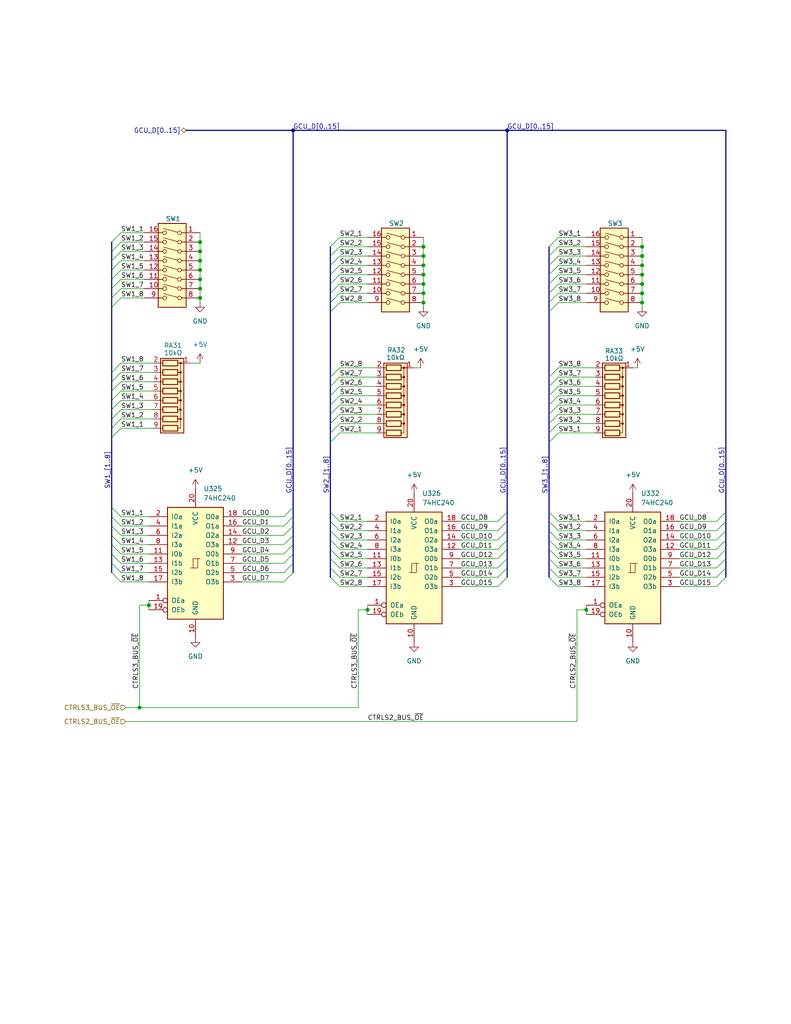
<source format=kicad_sch>
(kicad_sch (version 20231120) (generator "eeschema") (generator_version "8.0")
  (paper "A" portrait)
  (title_block (title "RA9704, DIP Switches") (date "2024-12-31") (rev "004") (company "Coin-Op Collection") (comment 1 "Author: Brandon Arnold") (comment 2 "License: CC BY-NC-SA 4.0"))
  (lib_symbols
    (symbol "power:+5V" (power) (pin_numbers hide) (pin_names (offset 0) hide)
      (property "Value" "+5V" (at 0 3.556 0))
      (symbol "+5V_0_1"
        (polyline (pts (xy -0.762 1.27) (xy 0 2.54)))
        (polyline (pts (xy 0 0) (xy 0 2.54)))
        (polyline (pts (xy 0 2.54) (xy 0.762 1.27)))
      )
      (symbol "+5V_1_1"
        (pin power_in line (at 0 0 90) (length 0) (name "~") (number "1"))
      )
    )
    (symbol "power:GND" (power) (pin_numbers hide) (pin_names (offset 0) hide)
      (property "Value" "GND" (at 0 -3.81 0))
      (symbol "GND_0_1"
        (polyline (pts (xy 0 0) (xy 0 -1.27) (xy 1.27 -1.27) (xy 0 -2.54) (xy -1.27 -1.27) (xy 0 -1.27)))
      )
      (symbol "GND_1_1"
        (pin power_in line (at 0 0 270) (length 0) (name "~") (number "1"))
      )
    )
    (symbol "ra9704:74HC240" (pin_names (offset 1.016))
      (property "Reference" "U" (at -7.62 16.51 0))
      (property "Value" "74HC240" (at -7.62 -16.51 0))
      (symbol "74HC240_1_0"
        (polyline (pts (xy -0.635 -1.27) (xy -0.635 1.27) (xy 0.635 1.27)))
        (polyline (pts (xy -1.27 -1.27) (xy 0.635 -1.27) (xy 0.635 1.27) (xy 1.27 1.27)))
        (pin input inverted (at -12.7 -10.16 0) (length 5.08) (name "OEa") (number "1"))
        (pin power_in line (at 0 -20.32 90) (length 5.08) (name "GND") (number "10"))
        (pin input line (at -12.7 2.54 0) (length 5.08) (name "I0b") (number "11"))
        (pin tri_state line (at 12.7 5.08 180) (length 5.08) (name "O3a") (number "12"))
        (pin input line (at -12.7 0 0) (length 5.08) (name "I1b") (number "13"))
        (pin tri_state line (at 12.7 7.62 180) (length 5.08) (name "O2a") (number "14"))
        (pin input line (at -12.7 -2.54 0) (length 5.08) (name "I2b") (number "15"))
        (pin tri_state line (at 12.7 10.16 180) (length 5.08) (name "O1a") (number "16"))
        (pin input line (at -12.7 -5.08 0) (length 5.08) (name "I3b") (number "17"))
        (pin tri_state line (at 12.7 12.7 180) (length 5.08) (name "O0a") (number "18"))
        (pin input inverted (at -12.7 -12.7 0) (length 5.08) (name "OEb") (number "19"))
        (pin input line (at -12.7 12.7 0) (length 5.08) (name "I0a") (number "2"))
        (pin power_in line (at 0 20.32 270) (length 5.08) (name "VCC") (number "20"))
        (pin tri_state line (at 12.7 -5.08 180) (length 5.08) (name "O3b") (number "3"))
        (pin input line (at -12.7 10.16 0) (length 5.08) (name "I1a") (number "4"))
        (pin tri_state line (at 12.7 -2.54 180) (length 5.08) (name "O2b") (number "5"))
        (pin input line (at -12.7 7.62 0) (length 5.08) (name "I2a") (number "6"))
        (pin tri_state line (at 12.7 0 180) (length 5.08) (name "O1b") (number "7"))
        (pin input line (at -12.7 5.08 0) (length 5.08) (name "I3a") (number "8"))
        (pin tri_state line (at 12.7 2.54 180) (length 5.08) (name "O0b") (number "9"))
      )
      (symbol "74HC240_1_1"
        (rectangle (start -7.62 15.24) (end 7.62 -15.24) (stroke (width 0.254)) (fill (type background)))
      )
    )
    (symbol "ra9704:R_Network08_1-Row" (pin_names (offset 0) hide)
      (property "Reference" "RB" (at -12.7 0 90))
      (property "Value" "10k" (at 10.16 0 90))
      (symbol "R_Network08_1-Row_0_1"
        (rectangle (start -11.43 -3.175) (end 8.89 3.175) (stroke (width 0.254)) (fill (type background)))
        (rectangle (start -10.922 1.524) (end -9.398 -2.54) (stroke (width 0.254)))
        (circle (center -10.16 2.286) (radius 0.254) (fill (type outline)))
        (rectangle (start -8.382 1.524) (end -6.858 -2.54) (stroke (width 0.254)))
        (circle (center -7.62 2.286) (radius 0.254) (fill (type outline)))
        (rectangle (start -5.842 1.524) (end -4.318 -2.54) (stroke (width 0.254)))
        (circle (center -5.08 2.286) (radius 0.254) (fill (type outline)))
        (rectangle (start -3.302 1.524) (end -1.778 -2.54) (stroke (width 0.254)))
        (circle (center -2.54 2.286) (radius 0.254) (fill (type outline)))
        (rectangle (start -0.762 1.524) (end 0.762 -2.54) (stroke (width 0.254)))
        (polyline (pts (xy -10.16 -2.54) (xy -10.16 -3.81)))
        (polyline (pts (xy -7.62 -2.54) (xy -7.62 -3.81)))
        (polyline (pts (xy -5.08 -2.54) (xy -5.08 -3.81)))
        (polyline (pts (xy -2.54 -2.54) (xy -2.54 -3.81)))
        (polyline (pts (xy 0 -2.54) (xy 0 -3.81)))
        (polyline (pts (xy 2.54 -2.54) (xy 2.54 -3.81)))
        (polyline (pts (xy 5.08 -2.54) (xy 5.08 -3.81)))
        (polyline (pts (xy 7.62 -2.54) (xy 7.62 -3.81)))
        (polyline (pts (xy -10.16 1.524) (xy -10.16 2.286) (xy -7.62 2.286) (xy -7.62 1.524)))
        (polyline (pts (xy -7.62 1.524) (xy -7.62 2.286) (xy -5.08 2.286) (xy -5.08 1.524)))
        (polyline (pts (xy -5.08 1.524) (xy -5.08 2.286) (xy -2.54 2.286) (xy -2.54 1.524)))
        (polyline (pts (xy -2.54 1.524) (xy -2.54 2.286) (xy 0 2.286) (xy 0 1.524)))
        (polyline (pts (xy 0 1.524) (xy 0 2.286) (xy 2.54 2.286) (xy 2.54 1.524)))
        (polyline (pts (xy 2.54 1.524) (xy 2.54 2.286) (xy 5.08 2.286) (xy 5.08 1.524)))
        (polyline (pts (xy 5.08 1.524) (xy 5.08 2.286) (xy 7.62 2.286) (xy 7.62 1.524)))
        (circle (center 0 2.286) (radius 0.254) (fill (type outline)))
        (rectangle (start 1.778 1.524) (end 3.302 -2.54) (stroke (width 0.254)))
        (circle (center 2.54 2.286) (radius 0.254) (fill (type outline)))
        (rectangle (start 4.318 1.524) (end 5.842 -2.54) (stroke (width 0.254)))
        (circle (center 5.08 2.286) (radius 0.254) (fill (type outline)))
        (rectangle (start 6.858 1.524) (end 8.382 -2.54) (stroke (width 0.254)))
      )
      (symbol "R_Network08_1-Row_1_1"
        (pin passive line (at -10.16 5.08 270) (length 2.54) (name "common") (number "1"))
        (pin passive line (at -10.16 -5.08 90) (length 1.27) (name "R1") (number "2"))
        (pin passive line (at -7.62 -5.08 90) (length 1.27) (name "R2") (number "3"))
        (pin passive line (at -5.08 -5.08 90) (length 1.27) (name "R3") (number "4"))
        (pin passive line (at -2.54 -5.08 90) (length 1.27) (name "R4") (number "5"))
        (pin passive line (at 0 -5.08 90) (length 1.27) (name "R5") (number "6"))
        (pin passive line (at 2.54 -5.08 90) (length 1.27) (name "R6") (number "7"))
        (pin passive line (at 5.08 -5.08 90) (length 1.27) (name "R7") (number "8"))
        (pin passive line (at 7.62 -5.08 90) (length 1.27) (name "R8") (number "9"))
      )
    )
    (symbol "ra9704:SW_DIP_x08" (pin_names (offset 0) hide)
      (property "Reference" "SW" (at 0 13.97 0))
      (property "Value" "SW_DIP_x08" (at 0 -11.43 0))
      (symbol "SW_DIP_x08_0_0"
        (circle (center -2.032 -7.62) (radius 0.508))
        (circle (center -2.032 -5.08) (radius 0.508))
        (circle (center -2.032 -2.54) (radius 0.508))
        (circle (center -2.032 0) (radius 0.508))
        (circle (center -2.032 2.54) (radius 0.508))
        (circle (center -2.032 5.08) (radius 0.508))
        (circle (center -2.032 7.62) (radius 0.508))
        (circle (center -2.032 10.16) (radius 0.508))
        (polyline (pts (xy -1.524 -7.4676) (xy 2.3622 -6.4262)))
        (polyline (pts (xy -1.524 -4.9276) (xy 2.3622 -3.8862)))
        (polyline (pts (xy -1.524 -2.3876) (xy 2.3622 -1.3462)))
        (polyline (pts (xy -1.524 0.127) (xy 2.3622 1.1684)))
        (polyline (pts (xy -1.524 2.667) (xy 2.3622 3.7084)))
        (polyline (pts (xy -1.524 5.207) (xy 2.3622 6.2484)))
        (polyline (pts (xy -1.524 7.747) (xy 2.3622 8.7884)))
        (polyline (pts (xy -1.524 10.287) (xy 2.3622 11.3284)))
        (circle (center 2.032 -7.62) (radius 0.508))
        (circle (center 2.032 -5.08) (radius 0.508))
        (circle (center 2.032 -2.54) (radius 0.508))
        (circle (center 2.032 0) (radius 0.508))
        (circle (center 2.032 2.54) (radius 0.508))
        (circle (center 2.032 5.08) (radius 0.508))
        (circle (center 2.032 7.62) (radius 0.508))
        (circle (center 2.032 10.16) (radius 0.508))
      )
      (symbol "SW_DIP_x08_0_1"
        (rectangle (start -3.81 12.7) (end 3.81 -10.16) (stroke (width 0.254)) (fill (type background)))
      )
      (symbol "SW_DIP_x08_1_1"
        (pin passive line (at -7.62 10.16 0) (length 5.08) (name "~") (number "1"))
        (pin passive line (at 7.62 -5.08 180) (length 5.08) (name "~") (number "10"))
        (pin passive line (at 7.62 -2.54 180) (length 5.08) (name "~") (number "11"))
        (pin passive line (at 7.62 0 180) (length 5.08) (name "~") (number "12"))
        (pin passive line (at 7.62 2.54 180) (length 5.08) (name "~") (number "13"))
        (pin passive line (at 7.62 5.08 180) (length 5.08) (name "~") (number "14"))
        (pin passive line (at 7.62 7.62 180) (length 5.08) (name "~") (number "15"))
        (pin passive line (at 7.62 10.16 180) (length 5.08) (name "~") (number "16"))
        (pin passive line (at -7.62 7.62 0) (length 5.08) (name "~") (number "2"))
        (pin passive line (at -7.62 5.08 0) (length 5.08) (name "~") (number "3"))
        (pin passive line (at -7.62 2.54 0) (length 5.08) (name "~") (number "4"))
        (pin passive line (at -7.62 0 0) (length 5.08) (name "~") (number "5"))
        (pin passive line (at -7.62 -2.54 0) (length 5.08) (name "~") (number "6"))
        (pin passive line (at -7.62 -5.08 0) (length 5.08) (name "~") (number "7"))
        (pin passive line (at -7.62 -7.62 0) (length 5.08) (name "~") (number "8"))
        (pin passive line (at 7.62 -7.62 180) (length 5.08) (name "~") (number "9"))
      )
    )
  )
  (junction (at 138.43 35.56))
  (junction (at 175.26 67.31))
  (junction (at 115.57 74.93))
  (junction (at 54.61 76.2))
  (junction (at 54.61 78.74))
  (junction (at 175.26 72.39))
  (junction (at 115.57 82.55))
  (junction (at 54.61 73.66))
  (junction (at 100.33 166.37))
  (junction (at 54.61 66.04))
  (junction (at 175.26 77.47))
  (junction (at 115.57 67.31))
  (junction (at 175.26 74.93))
  (junction (at 160.02 166.37))
  (junction (at 115.57 72.39))
  (junction (at 54.61 71.12))
  (junction (at 38.1 193.04))
  (junction (at 80.01 35.56))
  (junction (at 54.61 68.58))
  (junction (at 115.57 69.85))
  (junction (at 54.61 81.28))
  (junction (at 40.64 165.1))
  (junction (at 175.26 80.01))
  (junction (at 175.26 69.85))
  (junction (at 175.26 82.55))
  (junction (at 115.57 80.01))
  (junction (at 115.57 77.47))
  (bus_entry (at 149.86 110.49) (size 2.54 -2.54))
  (bus_entry (at 92.71 110.49) (size -2.54 2.54))
  (bus_entry (at 77.47 140.97) (size 2.54 -2.54))
  (bus_entry (at 77.47 158.75) (size 2.54 -2.54))
  (bus_entry (at 149.86 72.39) (size 2.54 -2.54))
  (bus_entry (at 149.86 85.09) (size 2.54 -2.54))
  (bus_entry (at 33.02 73.66) (size -2.54 2.54))
  (bus_entry (at 77.47 146.05) (size 2.54 -2.54))
  (bus_entry (at 92.71 118.11) (size -2.54 2.54))
  (bus_entry (at 195.58 154.94) (size 2.54 -2.54))
  (bus_entry (at 90.17 154.94) (size 2.54 2.54))
  (bus_entry (at 149.86 118.11) (size 2.54 -2.54))
  (bus_entry (at 149.86 115.57) (size 2.54 -2.54))
  (bus_entry (at 149.86 142.24) (size 2.54 2.54))
  (bus_entry (at 135.89 149.86) (size 2.54 -2.54))
  (bus_entry (at 90.17 144.78) (size 2.54 2.54))
  (bus_entry (at 33.02 71.12) (size -2.54 2.54))
  (bus_entry (at 135.89 144.78) (size 2.54 -2.54))
  (bus_entry (at 149.86 139.7) (size 2.54 2.54))
  (bus_entry (at 149.86 154.94) (size 2.54 2.54))
  (bus_entry (at 33.02 63.5) (size -2.54 2.54))
  (bus_entry (at 30.48 138.43) (size 2.54 2.54))
  (bus_entry (at 30.48 156.21) (size 2.54 2.54))
  (bus_entry (at 33.02 66.04) (size -2.54 2.54))
  (bus_entry (at 149.86 152.4) (size 2.54 2.54))
  (bus_entry (at 149.86 157.48) (size 2.54 2.54))
  (bus_entry (at 33.02 68.58) (size -2.54 2.54))
  (bus_entry (at 92.71 100.33) (size -2.54 2.54))
  (bus_entry (at 195.58 149.86) (size 2.54 -2.54))
  (bus_entry (at 149.86 120.65) (size 2.54 -2.54))
  (bus_entry (at 92.71 64.77) (size -2.54 2.54))
  (bus_entry (at 30.48 151.13) (size 2.54 2.54))
  (bus_entry (at 149.86 67.31) (size 2.54 -2.54))
  (bus_entry (at 92.71 102.87) (size -2.54 2.54))
  (bus_entry (at 92.71 69.85) (size -2.54 2.54))
  (bus_entry (at 149.86 77.47) (size 2.54 -2.54))
  (bus_entry (at 90.17 147.32) (size 2.54 2.54))
  (bus_entry (at 149.86 69.85) (size 2.54 -2.54))
  (bus_entry (at 33.02 116.84) (size -2.54 2.54))
  (bus_entry (at 77.47 153.67) (size 2.54 -2.54))
  (bus_entry (at 33.02 109.22) (size -2.54 2.54))
  (bus_entry (at 92.71 74.93) (size -2.54 2.54))
  (bus_entry (at 33.02 76.2) (size -2.54 2.54))
  (bus_entry (at 92.71 67.31) (size -2.54 2.54))
  (bus_entry (at 33.02 78.74) (size -2.54 2.54))
  (bus_entry (at 77.47 148.59) (size 2.54 -2.54))
  (bus_entry (at 90.17 152.4) (size 2.54 2.54))
  (bus_entry (at 195.58 142.24) (size 2.54 -2.54))
  (bus_entry (at 33.02 111.76) (size -2.54 2.54))
  (bus_entry (at 33.02 99.06) (size -2.54 2.54))
  (bus_entry (at 30.48 143.51) (size 2.54 2.54))
  (bus_entry (at 92.71 113.03) (size -2.54 2.54))
  (bus_entry (at 135.89 154.94) (size 2.54 -2.54))
  (bus_entry (at 90.17 157.48) (size 2.54 2.54))
  (bus_entry (at 149.86 102.87) (size 2.54 -2.54))
  (bus_entry (at 92.71 77.47) (size -2.54 2.54))
  (bus_entry (at 149.86 147.32) (size 2.54 2.54))
  (bus_entry (at 195.58 152.4) (size 2.54 -2.54))
  (bus_entry (at 149.86 74.93) (size 2.54 -2.54))
  (bus_entry (at 77.47 151.13) (size 2.54 -2.54))
  (bus_entry (at 149.86 144.78) (size 2.54 2.54))
  (bus_entry (at 195.58 147.32) (size 2.54 -2.54))
  (bus_entry (at 33.02 101.6) (size -2.54 2.54))
  (bus_entry (at 92.71 80.01) (size -2.54 2.54))
  (bus_entry (at 30.48 146.05) (size 2.54 2.54))
  (bus_entry (at 149.86 82.55) (size 2.54 -2.54))
  (bus_entry (at 195.58 157.48) (size 2.54 -2.54))
  (bus_entry (at 195.58 144.78) (size 2.54 -2.54))
  (bus_entry (at 30.48 148.59) (size 2.54 2.54))
  (bus_entry (at 135.89 142.24) (size 2.54 -2.54))
  (bus_entry (at 92.71 107.95) (size -2.54 2.54))
  (bus_entry (at 135.89 157.48) (size 2.54 -2.54))
  (bus_entry (at 90.17 139.7) (size 2.54 2.54))
  (bus_entry (at 90.17 142.24) (size 2.54 2.54))
  (bus_entry (at 149.86 107.95) (size 2.54 -2.54))
  (bus_entry (at 33.02 106.68) (size -2.54 2.54))
  (bus_entry (at 33.02 81.28) (size -2.54 2.54))
  (bus_entry (at 92.71 105.41) (size -2.54 2.54))
  (bus_entry (at 149.86 149.86) (size 2.54 2.54))
  (bus_entry (at 33.02 104.14) (size -2.54 2.54))
  (bus_entry (at 135.89 147.32) (size 2.54 -2.54))
  (bus_entry (at 92.71 115.57) (size -2.54 2.54))
  (bus_entry (at 135.89 152.4) (size 2.54 -2.54))
  (bus_entry (at 77.47 156.21) (size 2.54 -2.54))
  (bus_entry (at 149.86 113.03) (size 2.54 -2.54))
  (bus_entry (at 30.48 153.67) (size 2.54 2.54))
  (bus_entry (at 149.86 105.41) (size 2.54 -2.54))
  (bus_entry (at 77.47 143.51) (size 2.54 -2.54))
  (bus_entry (at 30.48 140.97) (size 2.54 2.54))
  (bus_entry (at 149.86 80.01) (size 2.54 -2.54))
  (bus_entry (at 33.02 114.3) (size -2.54 2.54))
  (bus_entry (at 90.17 149.86) (size 2.54 2.54))
  (bus_entry (at 92.71 72.39) (size -2.54 2.54))
  (bus_entry (at 135.89 160.02) (size 2.54 -2.54))
  (bus_entry (at 92.71 82.55) (size -2.54 2.54))
  (bus_entry (at 195.58 160.02) (size 2.54 -2.54))
  (wire (pts (xy 152.4 107.95) (xy 162.56 107.95)))
  (wire (pts (xy 152.4 115.57) (xy 162.56 115.57)))
  (wire (pts (xy 185.42 149.86) (xy 195.58 149.86)))
  (bus (pts (xy 138.43 149.86) (xy 138.43 152.4)))
  (bus (pts (xy 90.17 118.11) (xy 90.17 120.65)))
  (wire (pts (xy 160.02 165.1) (xy 160.02 166.37)))
  (wire (pts (xy 125.73 147.32) (xy 135.89 147.32)))
  (wire (pts (xy 185.42 144.78) (xy 195.58 144.78)))
  (bus (pts (xy 80.01 153.67) (xy 80.01 156.21)))
  (wire (pts (xy 125.73 157.48) (xy 135.89 157.48)))
  (wire (pts (xy 33.02 151.13) (xy 40.64 151.13)))
  (wire (pts (xy 33.02 101.6) (xy 41.91 101.6)))
  (wire (pts (xy 115.57 72.39) (xy 115.57 74.93)))
  (bus (pts (xy 30.48 119.38) (xy 30.48 138.43)))
  (wire (pts (xy 152.4 118.11) (xy 162.56 118.11)))
  (bus (pts (xy 30.48 104.14) (xy 30.48 106.68)))
  (wire (pts (xy 33.02 76.2) (xy 39.37 76.2)))
  (bus (pts (xy 90.17 147.32) (xy 90.17 149.86)))
  (bus (pts (xy 90.17 105.41) (xy 90.17 102.87)))
  (bus (pts (xy 30.48 116.84) (xy 30.48 114.3)))
  (bus (pts (xy 198.12 144.78) (xy 198.12 142.24)))
  (bus (pts (xy 30.48 81.28) (xy 30.48 83.82)))
  (wire (pts (xy 125.73 142.24) (xy 135.89 142.24)))
  (bus (pts (xy 30.48 148.59) (xy 30.48 151.13)))
  (bus (pts (xy 90.17 105.41) (xy 90.17 107.95)))
  (wire (pts (xy 33.02 148.59) (xy 40.64 148.59)))
  (wire (pts (xy 54.61 81.28) (xy 54.61 82.55)))
  (bus (pts (xy 138.43 152.4) (xy 138.43 154.94)))
  (bus (pts (xy 30.48 76.2) (xy 30.48 73.66)))
  (wire (pts (xy 160.02 166.37) (xy 160.02 167.64)))
  (wire (pts (xy 33.02 73.66) (xy 39.37 73.66)))
  (bus (pts (xy 149.86 139.7) (xy 149.86 142.24)))
  (wire (pts (xy 152.4 72.39) (xy 160.02 72.39)))
  (wire (pts (xy 173.99 100.33) (xy 172.72 100.33)))
  (wire (pts (xy 92.71 147.32) (xy 100.33 147.32)))
  (wire (pts (xy 92.71 80.01) (xy 100.33 80.01)))
  (bus (pts (xy 149.86 69.85) (xy 149.86 67.31)))
  (wire (pts (xy 92.71 67.31) (xy 100.33 67.31)))
  (wire (pts (xy 100.33 166.37) (xy 100.33 167.64)))
  (wire (pts (xy 92.71 100.33) (xy 102.87 100.33)))
  (bus (pts (xy 90.17 152.4) (xy 90.17 154.94)))
  (wire (pts (xy 40.64 165.1) (xy 38.1 165.1)))
  (wire (pts (xy 152.4 102.87) (xy 162.56 102.87)))
  (bus (pts (xy 149.86 85.09) (xy 149.86 102.87)))
  (wire (pts (xy 66.04 158.75) (xy 77.47 158.75)))
  (wire (pts (xy 152.4 105.41) (xy 162.56 105.41)))
  (bus (pts (xy 198.12 147.32) (xy 198.12 144.78)))
  (wire (pts (xy 175.26 69.85) (xy 175.26 72.39)))
  (bus (pts (xy 30.48 143.51) (xy 30.48 146.05)))
  (wire (pts (xy 185.42 142.24) (xy 195.58 142.24)))
  (bus (pts (xy 90.17 115.57) (xy 90.17 113.03)))
  (bus (pts (xy 90.17 113.03) (xy 90.17 110.49)))
  (bus (pts (xy 30.48 146.05) (xy 30.48 148.59)))
  (bus (pts (xy 149.86 149.86) (xy 149.86 152.4)))
  (bus (pts (xy 198.12 142.24) (xy 198.12 139.7)))
  (wire (pts (xy 92.71 107.95) (xy 102.87 107.95)))
  (wire (pts (xy 92.71 77.47) (xy 100.33 77.47)))
  (bus (pts (xy 90.17 115.57) (xy 90.17 118.11)))
  (wire (pts (xy 175.26 72.39) (xy 175.26 74.93)))
  (wire (pts (xy 115.57 77.47) (xy 115.57 80.01)))
  (wire (pts (xy 66.04 146.05) (xy 77.47 146.05)))
  (wire (pts (xy 92.71 157.48) (xy 100.33 157.48)))
  (wire (pts (xy 33.02 106.68) (xy 41.91 106.68)))
  (wire (pts (xy 175.26 82.55) (xy 175.26 83.82)))
  (wire (pts (xy 114.808 100.33) (xy 113.03 100.33)))
  (wire (pts (xy 33.02 109.22) (xy 41.91 109.22)))
  (wire (pts (xy 92.71 152.4) (xy 100.33 152.4)))
  (wire (pts (xy 185.42 152.4) (xy 195.58 152.4)))
  (wire (pts (xy 54.61 68.58) (xy 54.61 71.12)))
  (wire (pts (xy 115.57 82.55) (xy 115.57 83.82)))
  (wire (pts (xy 66.04 148.59) (xy 77.47 148.59)))
  (bus (pts (xy 80.01 35.56) (xy 80.01 138.43)))
  (wire (pts (xy 33.02 114.3) (xy 41.91 114.3)))
  (bus (pts (xy 30.48 114.3) (xy 30.48 111.76)))
  (wire (pts (xy 152.4 74.93) (xy 160.02 74.93)))
  (bus (pts (xy 90.17 74.93) (xy 90.17 72.39)))
  (wire (pts (xy 54.61 66.04) (xy 54.61 68.58)))
  (wire (pts (xy 152.4 157.48) (xy 160.02 157.48)))
  (wire (pts (xy 152.4 69.85) (xy 160.02 69.85)))
  (bus (pts (xy 149.86 102.87) (xy 149.86 105.41)))
  (bus (pts (xy 90.17 107.95) (xy 90.17 110.49)))
  (wire (pts (xy 92.71 110.49) (xy 102.87 110.49)))
  (bus (pts (xy 149.86 144.78) (xy 149.86 147.32)))
  (bus (pts (xy 80.01 140.97) (xy 80.01 143.51)))
  (bus (pts (xy 90.17 144.78) (xy 90.17 147.32)))
  (bus (pts (xy 90.17 154.94) (xy 90.17 157.48)))
  (wire (pts (xy 33.02 143.51) (xy 40.64 143.51)))
  (bus (pts (xy 138.43 139.7) (xy 138.43 142.24)))
  (bus (pts (xy 149.86 113.03) (xy 149.86 115.57)))
  (wire (pts (xy 152.4 113.03) (xy 162.56 113.03)))
  (wire (pts (xy 66.04 143.51) (xy 77.47 143.51)))
  (wire (pts (xy 54.61 63.5) (xy 54.61 66.04)))
  (wire (pts (xy 92.71 72.39) (xy 100.33 72.39)))
  (wire (pts (xy 175.26 80.01) (xy 175.26 82.55)))
  (wire (pts (xy 152.4 67.31) (xy 160.02 67.31)))
  (wire (pts (xy 92.71 69.85) (xy 100.33 69.85)))
  (bus (pts (xy 30.48 73.66) (xy 30.48 71.12)))
  (wire (pts (xy 92.71 142.24) (xy 100.33 142.24)))
  (wire (pts (xy 33.02 140.97) (xy 40.64 140.97)))
  (bus (pts (xy 138.43 147.32) (xy 138.43 149.86)))
  (wire (pts (xy 115.57 69.85) (xy 115.57 72.39)))
  (bus (pts (xy 90.17 120.65) (xy 90.17 139.7)))
  (wire (pts (xy 125.73 144.78) (xy 135.89 144.78)))
  (bus (pts (xy 149.86 72.39) (xy 149.86 69.85)))
  (wire (pts (xy 92.71 102.87) (xy 102.87 102.87)))
  (wire (pts (xy 152.4 77.47) (xy 160.02 77.47)))
  (wire (pts (xy 157.48 166.37) (xy 160.02 166.37)))
  (bus (pts (xy 30.48 111.76) (xy 30.48 109.22)))
  (wire (pts (xy 66.04 153.67) (xy 77.47 153.67)))
  (bus (pts (xy 149.86 152.4) (xy 149.86 154.94)))
  (wire (pts (xy 152.4 64.77) (xy 160.02 64.77)))
  (wire (pts (xy 152.4 149.86) (xy 160.02 149.86)))
  (bus (pts (xy 90.17 69.85) (xy 90.17 72.39)))
  (wire (pts (xy 54.61 78.74) (xy 54.61 81.28)))
  (bus (pts (xy 30.48 81.28) (xy 30.48 78.74)))
  (bus (pts (xy 80.01 151.13) (xy 80.01 153.67)))
  (bus (pts (xy 30.48 151.13) (xy 30.48 153.67)))
  (wire (pts (xy 125.73 149.86) (xy 135.89 149.86)))
  (bus (pts (xy 30.48 68.58) (xy 30.48 66.04)))
  (wire (pts (xy 33.02 81.28) (xy 39.37 81.28)))
  (bus (pts (xy 149.86 154.94) (xy 149.86 157.48)))
  (wire (pts (xy 152.4 80.01) (xy 160.02 80.01)))
  (wire (pts (xy 175.26 74.93) (xy 175.26 77.47)))
  (wire (pts (xy 40.64 165.1) (xy 40.64 166.37)))
  (wire (pts (xy 152.4 144.78) (xy 160.02 144.78)))
  (wire (pts (xy 175.26 64.77) (xy 175.26 67.31)))
  (wire (pts (xy 115.57 74.93) (xy 115.57 77.47)))
  (wire (pts (xy 33.02 71.12) (xy 39.37 71.12)))
  (wire (pts (xy 92.71 160.02) (xy 100.33 160.02)))
  (bus (pts (xy 198.12 157.48) (xy 198.12 154.94)))
  (bus (pts (xy 198.12 154.94) (xy 198.12 152.4)))
  (wire (pts (xy 33.02 146.05) (xy 40.64 146.05)))
  (wire (pts (xy 33.02 99.06) (xy 41.91 99.06)))
  (wire (pts (xy 92.71 105.41) (xy 102.87 105.41)))
  (wire (pts (xy 33.02 68.58) (xy 39.37 68.58)))
  (wire (pts (xy 175.26 67.31) (xy 175.26 69.85)))
  (bus (pts (xy 90.17 69.85) (xy 90.17 67.31)))
  (wire (pts (xy 54.61 71.12) (xy 54.61 73.66)))
  (bus (pts (xy 198.12 139.7) (xy 198.12 35.56)))
  (wire (pts (xy 34.29 196.85) (xy 157.48 196.85)))
  (bus (pts (xy 90.17 149.86) (xy 90.17 152.4)))
  (wire (pts (xy 92.71 64.77) (xy 100.33 64.77)))
  (bus (pts (xy 90.17 102.87) (xy 90.17 85.09)))
  (wire (pts (xy 33.02 66.04) (xy 39.37 66.04)))
  (wire (pts (xy 152.4 160.02) (xy 160.02 160.02)))
  (wire (pts (xy 54.61 73.66) (xy 54.61 76.2)))
  (wire (pts (xy 66.04 151.13) (xy 77.47 151.13)))
  (wire (pts (xy 100.33 165.1) (xy 100.33 166.37)))
  (bus (pts (xy 90.17 82.55) (xy 90.17 85.09)))
  (bus (pts (xy 149.86 147.32) (xy 149.86 149.86)))
  (wire (pts (xy 185.42 154.94) (xy 195.58 154.94)))
  (bus (pts (xy 198.12 152.4) (xy 198.12 149.86)))
  (wire (pts (xy 157.48 196.85) (xy 157.48 166.37)))
  (bus (pts (xy 149.86 82.55) (xy 149.86 85.09)))
  (wire (pts (xy 92.71 154.94) (xy 100.33 154.94)))
  (bus (pts (xy 149.86 118.11) (xy 149.86 120.65)))
  (wire (pts (xy 33.02 111.76) (xy 41.91 111.76)))
  (bus (pts (xy 138.43 35.56) (xy 198.12 35.56)))
  (wire (pts (xy 92.71 149.86) (xy 100.33 149.86)))
  (wire (pts (xy 125.73 154.94) (xy 135.89 154.94)))
  (wire (pts (xy 33.02 63.5) (xy 39.37 63.5)))
  (bus (pts (xy 80.01 138.43) (xy 80.01 140.97)))
  (wire (pts (xy 33.02 78.74) (xy 39.37 78.74)))
  (wire (pts (xy 52.07 99.06) (xy 54.61 99.06)))
  (bus (pts (xy 90.17 80.01) (xy 90.17 77.47)))
  (wire (pts (xy 185.42 157.48) (xy 195.58 157.48)))
  (wire (pts (xy 54.61 76.2) (xy 54.61 78.74)))
  (wire (pts (xy 152.4 147.32) (xy 160.02 147.32)))
  (bus (pts (xy 80.01 146.05) (xy 80.01 148.59)))
  (bus (pts (xy 30.48 109.22) (xy 30.48 106.68)))
  (wire (pts (xy 33.02 116.84) (xy 41.91 116.84)))
  (bus (pts (xy 30.48 138.43) (xy 30.48 140.97)))
  (bus (pts (xy 30.48 140.97) (xy 30.48 143.51)))
  (wire (pts (xy 33.02 158.75) (xy 40.64 158.75)))
  (bus (pts (xy 149.86 80.01) (xy 149.86 77.47)))
  (wire (pts (xy 152.4 154.94) (xy 160.02 154.94)))
  (wire (pts (xy 34.29 193.04) (xy 38.1 193.04)))
  (bus (pts (xy 149.86 142.24) (xy 149.86 144.78)))
  (wire (pts (xy 92.71 115.57) (xy 102.87 115.57)))
  (wire (pts (xy 115.57 80.01) (xy 115.57 82.55)))
  (wire (pts (xy 92.71 118.11) (xy 102.87 118.11)))
  (bus (pts (xy 149.86 74.93) (xy 149.86 72.39)))
  (wire (pts (xy 152.4 82.55) (xy 160.02 82.55)))
  (bus (pts (xy 80.01 143.51) (xy 80.01 146.05)))
  (wire (pts (xy 92.71 82.55) (xy 100.33 82.55)))
  (bus (pts (xy 149.86 82.55) (xy 149.86 80.01)))
  (bus (pts (xy 138.43 142.24) (xy 138.43 144.78)))
  (bus (pts (xy 30.48 101.6) (xy 30.48 104.14)))
  (bus (pts (xy 50.8 35.56) (xy 80.01 35.56)))
  (bus (pts (xy 90.17 80.01) (xy 90.17 82.55)))
  (wire (pts (xy 152.4 152.4) (xy 160.02 152.4)))
  (bus (pts (xy 30.48 76.2) (xy 30.48 78.74)))
  (wire (pts (xy 115.57 67.31) (xy 115.57 69.85)))
  (wire (pts (xy 152.4 142.24) (xy 160.02 142.24)))
  (bus (pts (xy 90.17 142.24) (xy 90.17 144.78)))
  (bus (pts (xy 149.86 120.65) (xy 149.86 139.7)))
  (wire (pts (xy 92.71 144.78) (xy 100.33 144.78)))
  (bus (pts (xy 149.86 105.41) (xy 149.86 107.95)))
  (wire (pts (xy 33.02 153.67) (xy 40.64 153.67)))
  (wire (pts (xy 175.26 77.47) (xy 175.26 80.01)))
  (wire (pts (xy 152.4 100.33) (xy 162.56 100.33)))
  (wire (pts (xy 33.02 156.21) (xy 40.64 156.21)))
  (bus (pts (xy 30.48 68.58) (xy 30.48 71.12)))
  (bus (pts (xy 149.86 110.49) (xy 149.86 113.03)))
  (bus (pts (xy 149.86 77.47) (xy 149.86 74.93)))
  (wire (pts (xy 125.73 160.02) (xy 135.89 160.02)))
  (wire (pts (xy 97.79 193.04) (xy 97.79 166.37)))
  (wire (pts (xy 66.04 156.21) (xy 77.47 156.21)))
  (wire (pts (xy 66.04 140.97) (xy 77.47 140.97)))
  (bus (pts (xy 149.86 107.95) (xy 149.86 110.49)))
  (bus (pts (xy 138.43 144.78) (xy 138.43 147.32)))
  (bus (pts (xy 30.48 116.84) (xy 30.48 119.38)))
  (wire (pts (xy 152.4 110.49) (xy 162.56 110.49)))
  (wire (pts (xy 185.42 160.02) (xy 195.58 160.02)))
  (bus (pts (xy 80.01 35.56) (xy 138.43 35.56)))
  (bus (pts (xy 138.43 154.94) (xy 138.43 157.48)))
  (bus (pts (xy 80.01 148.59) (xy 80.01 151.13)))
  (wire (pts (xy 92.71 113.03) (xy 102.87 113.03)))
  (wire (pts (xy 33.02 104.14) (xy 41.91 104.14)))
  (bus (pts (xy 30.48 83.82) (xy 30.48 101.6)))
  (wire (pts (xy 125.73 152.4) (xy 135.89 152.4)))
  (wire (pts (xy 97.79 166.37) (xy 100.33 166.37)))
  (wire (pts (xy 185.42 147.32) (xy 195.58 147.32)))
  (wire (pts (xy 38.1 193.04) (xy 97.79 193.04)))
  (bus (pts (xy 90.17 77.47) (xy 90.17 74.93)))
  (wire (pts (xy 115.57 64.77) (xy 115.57 67.31)))
  (bus (pts (xy 90.17 139.7) (xy 90.17 142.24)))
  (bus (pts (xy 198.12 149.86) (xy 198.12 147.32)))
  (wire (pts (xy 92.71 74.93) (xy 100.33 74.93)))
  (wire (pts (xy 38.1 165.1) (xy 38.1 193.04)))
  (bus (pts (xy 30.48 153.67) (xy 30.48 156.21)))
  (bus (pts (xy 149.86 115.57) (xy 149.86 118.11)))
  (wire (pts (xy 40.64 163.83) (xy 40.64 165.1)))
  (bus (pts (xy 138.43 35.56) (xy 138.43 139.7)))
  (label "SW1_2" (at 33.02 114.3 0))
  (label "SW2_5" (at 92.71 107.95 0))
  (label "SW2_6" (at 92.71 154.94 0))
  (label "CTRLS2_BUS_~{OE}" (at 100.33 196.85 0))
  (label "SW1_1" (at 33.02 63.5 0))
  (label "SW1_6" (at 33.02 76.2 0))
  (label "GCU_D9" (at 125.73 144.78 0))
  (label "SW2_6" (at 92.71 77.47 0))
  (label "SW3_2" (at 152.4 67.31 0))
  (label "GCU_D9" (at 185.42 144.78 0))
  (label "GCU_D15" (at 185.42 160.02 0))
  (label "SW2_4" (at 92.71 110.49 0))
  (label "GCU_D2" (at 66.04 146.05 0))
  (label "GCU_D1" (at 66.04 143.51 0))
  (label "SW3_1" (at 152.4 118.11 0))
  (label "SW2_1" (at 92.71 118.11 0))
  (label "SW2_4" (at 92.71 72.39 0))
  (label "GCU_D11" (at 185.42 149.86 0))
  (label "SW2_[1..8]" (at 90.17 134.62 90))
  (label "GCU_D[0..15]" (at 80.01 35.56 0))
  (label "GCU_D11" (at 125.73 149.86 0))
  (label "SW1_8" (at 33.02 81.28 0))
  (label "SW2_5" (at 92.71 152.4 0))
  (label "GCU_D[0..15]" (at 198.12 134.62 90))
  (label "GCU_D14" (at 185.42 157.48 0))
  (label "SW2_5" (at 92.71 74.93 0))
  (label "GCU_D3" (at 66.04 148.59 0))
  (label "SW3_4" (at 152.4 72.39 0))
  (label "GCU_D13" (at 185.42 154.94 0))
  (label "SW2_1" (at 92.71 142.24 0))
  (label "SW3_3" (at 152.4 147.32 0))
  (label "GCU_D6" (at 66.04 156.21 0))
  (label "SW3_7" (at 152.4 102.87 0))
  (label "CTRLS3_BUS_~{OE}" (at 97.79 187.96 90))
  (label "SW2_3" (at 92.71 113.03 0))
  (label "SW2_7" (at 92.71 80.01 0))
  (label "SW3_8" (at 152.4 100.33 0))
  (label "SW1_6" (at 33.02 153.67 0))
  (label "SW1_4" (at 33.02 109.22 0))
  (label "SW3_4" (at 152.4 110.49 0))
  (label "SW1_1" (at 33.02 140.97 0))
  (label "SW2_2" (at 92.71 115.57 0))
  (label "SW1_2" (at 33.02 66.04 0))
  (label "GCU_D4" (at 66.04 151.13 0))
  (label "SW1_5" (at 33.02 73.66 0))
  (label "GCU_D0" (at 66.04 140.97 0))
  (label "SW3_5" (at 152.4 107.95 0))
  (label "SW3_3" (at 152.4 113.03 0))
  (label "GCU_D12" (at 125.73 152.4 0))
  (label "SW1_4" (at 33.02 148.59 0))
  (label "GCU_D14" (at 125.73 157.48 0))
  (label "SW1_1" (at 33.02 116.84 0))
  (label "SW1_8" (at 33.02 99.06 0))
  (label "SW3_4" (at 152.4 149.86 0))
  (label "SW1_5" (at 33.02 106.68 0))
  (label "SW2_3" (at 92.71 69.85 0))
  (label "GCU_D13" (at 125.73 154.94 0))
  (label "SW3_6" (at 152.4 105.41 0))
  (label "SW1_3" (at 33.02 68.58 0))
  (label "SW1_3" (at 33.02 146.05 0))
  (label "SW3_3" (at 152.4 69.85 0))
  (label "SW1_3" (at 33.02 111.76 0))
  (label "GCU_D7" (at 66.04 158.75 0))
  (label "SW1_2" (at 33.02 143.51 0))
  (label "SW2_8" (at 92.71 82.55 0))
  (label "SW1_4" (at 33.02 71.12 0))
  (label "SW2_7" (at 92.71 157.48 0))
  (label "SW3_5" (at 152.4 74.93 0))
  (label "GCU_D8" (at 125.73 142.24 0))
  (label "GCU_D[0..15]" (at 138.43 134.62 90))
  (label "GCU_D10" (at 125.73 147.32 0))
  (label "SW1_8" (at 33.02 158.75 0))
  (label "SW1_5" (at 33.02 151.13 0))
  (label "CTRLS2_BUS_~{OE}" (at 157.48 187.96 90))
  (label "SW3_[1..8]" (at 149.86 134.62 90))
  (label "SW3_8" (at 152.4 82.55 0))
  (label "SW1_[1..8]" (at 30.48 133.35 90))
  (label "SW3_1" (at 152.4 64.77 0))
  (label "GCU_D12" (at 185.42 152.4 0))
  (label "SW3_8" (at 152.4 160.02 0))
  (label "GCU_D15" (at 125.73 160.02 0))
  (label "SW2_4" (at 92.71 149.86 0))
  (label "CTRLS3_BUS_~{OE}" (at 38.1 187.96 90))
  (label "SW2_2" (at 92.71 144.78 0))
  (label "SW3_7" (at 152.4 157.48 0))
  (label "SW1_7" (at 33.02 156.21 0))
  (label "GCU_D5" (at 66.04 153.67 0))
  (label "GCU_D8" (at 185.42 142.24 0))
  (label "SW2_6" (at 92.71 105.41 0))
  (label "SW3_6" (at 152.4 154.94 0))
  (label "SW2_1" (at 92.71 64.77 0))
  (label "SW1_7" (at 33.02 101.6 0))
  (label "SW1_7" (at 33.02 78.74 0))
  (label "SW3_6" (at 152.4 77.47 0))
  (label "GCU_D10" (at 185.42 147.32 0))
  (label "SW3_2" (at 152.4 144.78 0))
  (label "SW1_6" (at 33.02 104.14 0))
  (label "SW2_8" (at 92.71 160.02 0))
  (label "SW2_3" (at 92.71 147.32 0))
  (label "SW2_2" (at 92.71 67.31 0))
  (label "GCU_D[0..15]" (at 80.01 134.62 90))
  (label "SW2_8" (at 92.71 100.33 0))
  (label "SW3_7" (at 152.4 80.01 0))
  (label "GCU_D[0..15]" (at 138.43 35.56 0))
  (label "SW3_2" (at 152.4 115.57 0))
  (label "SW3_5" (at 152.4 152.4 0))
  (label "SW2_7" (at 92.71 102.87 0))
  (label "SW3_1" (at 152.4 142.24 0))
  (hierarchical_label "CTRLS2_BUS_~{OE}" (shape input) (at 34.29 196.85 180))
  (hierarchical_label "GCU_D[0..15]" (shape bidirectional) (at 50.8 35.56 180))
  (hierarchical_label "CTRLS3_BUS_~{OE}" (shape input) (at 34.29 193.04 180))
  (symbol (lib_id "power:+5V") (at 172.72 134.62 0) (unit 1)
    (property "Reference" "#PWR023" (effects (hide yes)))
    (property "Value" "+5V" (at 172.72 129.54 0))
    (property "Description" "Power symbol creates a global label with name \"+5V\"" (effects (hide yes)))
  )
  (symbol (lib_id "power:+5V") (at 173.99 100.33 0) (unit 1)
    (property "Reference" "#PWR025" (effects (hide yes)))
    (property "Value" "+5V" (at 173.99 95.25 0))
    (property "Description" "Power symbol creates a global label with name \"+5V\"" (effects (hide yes)))
  )
  (symbol (lib_id "power:GND") (at 172.72 175.26 0) (unit 1)
    (property "Reference" "#PWR024" (effects (hide yes)))
    (property "Value" "GND" (at 172.72 180.34 0))
    (property "Description" "Power symbol creates a global label with name \"GND\" , ground" (effects (hide yes)))
  )
  (symbol (lib_id "power:GND") (at 113.03 175.26 0) (unit 1)
    (property "Reference" "#PWR020" (effects (hide yes)))
    (property "Value" "GND" (at 113.03 180.34 0))
    (property "Description" "Power symbol creates a global label with name \"GND\" , ground" (effects (hide yes)))
  )
  (symbol (lib_id "ra9704:R_Network08_1-Row") (at 167.64 110.49 270) (unit 1)
    (property "Reference" "RA33" (at 165.1 95.758 90) (effects (justify left)))
    (property "Value" "10kΩ" (at 165.1 97.79 90) (effects (justify left)))
    (property "Footprint" "ra9704:R_Array_SIP9" (effects (hide yes)))
    (property "Datasheet" "http://www.vishay.com/docs/31509/csc.pdf" (effects (hide yes)))
    (property "Description" "8 resistor network, star topology, bussed resistors, small symbol" (effects (hide yes)))
  )
  (symbol (lib_id "ra9704:74HC240") (at 113.03 154.94 0) (unit 1)
    (property "Reference" "U326" (at 115.2241 134.62 0) (effects (justify left)))
    (property "Value" "74HC240" (at 115.2241 137.16 0) (effects (justify left)))
    (property "Footprint" "ra9704:DIP-20_W7.62mm" (effects (hide yes)))
    (property "Datasheet" "https://static.brandonarnold.com/projects/batrider/MC74HC240A.PDF" (effects (hide yes)))
    (property "Description" "Octal 3-State Inverting Buffer/Line Driver/Line Receiver" (effects (hide yes)))
  )
  (symbol (lib_id "ra9704:74HC240") (at 53.34 153.67 0) (unit 1)
    (property "Reference" "U325" (at 55.5341 133.35 0) (effects (justify left)))
    (property "Value" "74HC240" (at 55.5341 135.89 0) (effects (justify left)))
    (property "Footprint" "ra9704:DIP-20_W7.62mm" (effects (hide yes)))
    (property "Datasheet" "https://static.brandonarnold.com/projects/batrider/MC74HC240A.PDF" (effects (hide yes)))
    (property "Description" "Octal 3-State Inverting Buffer/Line Driver/Line Receiver" (effects (hide yes)))
  )
  (symbol (lib_id "power:GND") (at 175.26 83.82 0) (mirror y) (unit 1)
    (property "Reference" "#PWR029" (effects (hide yes)))
    (property "Value" "GND" (at 175.26 88.9 0))
    (property "Description" "Power symbol creates a global label with name \"GND\" , ground" (effects (hide yes)))
  )
  (symbol (lib_id "ra9704:74HC240") (at 172.72 154.94 0) (unit 1)
    (property "Reference" "U332" (at 174.9141 134.62 0) (effects (justify left)))
    (property "Value" "74HC240" (at 174.9141 137.16 0) (effects (justify left)))
    (property "Footprint" "ra9704:DIP-20_W7.62mm" (effects (hide yes)))
    (property "Datasheet" "https://static.brandonarnold.com/projects/batrider/MC74HC240A.PDF" (effects (hide yes)))
    (property "Description" "Octal 3-State Inverting Buffer/Line Driver/Line Receiver" (effects (hide yes)))
  )
  (symbol (lib_id "power:GND") (at 115.57 83.82 0) (mirror y) (unit 1)
    (property "Reference" "#PWR022" (effects (hide yes)))
    (property "Value" "GND" (at 115.57 88.9 0))
    (property "Description" "Power symbol creates a global label with name \"GND\" , ground" (effects (hide yes)))
  )
  (symbol (lib_id "power:GND") (at 54.61 82.55 0) (mirror y) (unit 1)
    (property "Reference" "#PWR018" (effects (hide yes)))
    (property "Value" "GND" (at 54.61 87.63 0))
    (property "Description" "Power symbol creates a global label with name \"GND\" , ground" (effects (hide yes)))
  )
  (symbol (lib_id "power:+5V") (at 114.808 100.33 0) (unit 1)
    (property "Reference" "#PWR021" (effects (hide yes)))
    (property "Value" "+5V" (at 114.808 95.25 0))
    (property "Description" "Power symbol creates a global label with name \"+5V\"" (effects (hide yes)))
  )
  (symbol (lib_id "power:GND") (at 53.34 173.99 0) (unit 1)
    (property "Reference" "#PWR016" (effects (hide yes)))
    (property "Value" "GND" (at 53.34 179.07 0))
    (property "Description" "Power symbol creates a global label with name \"GND\" , ground" (effects (hide yes)))
  )
  (symbol (lib_id "ra9704:SW_DIP_x08") (at 107.95 74.93 0) (mirror y) (unit 1)
    (property "Reference" "SW2" (at 108.204 60.96 0))
    (property "Value" "SW_DIP_x08" (effects (hide yes)))
    (property "Footprint" "ra9704:SW_DIP_SPSTx08_Slide_6.7x21.88mm_W7.62mm_P2.54mm_LowProfile" (effects (hide yes)))
    (property "Description" "8x DIP Switch, Single Pole Single Throw (SPST) switch, small symbol" (effects (hide yes)))
  )
  (symbol (lib_id "ra9704:R_Network08_1-Row") (at 107.95 110.49 270) (unit 1)
    (property "Reference" "RA32" (at 105.664 95.504 90) (effects (justify left)))
    (property "Value" "10kΩ" (at 105.41 97.536 90) (effects (justify left)))
    (property "Footprint" "ra9704:R_Array_SIP9" (effects (hide yes)))
    (property "Datasheet" "http://www.vishay.com/docs/31509/csc.pdf" (effects (hide yes)))
    (property "Description" "8 resistor network, star topology, bussed resistors, small symbol" (effects (hide yes)))
  )
  (symbol (lib_id "ra9704:R_Network08_1-Row") (at 46.99 109.22 270) (unit 1)
    (property "Reference" "RA31" (at 44.704 94.234 90) (effects (justify left)))
    (property "Value" "10kΩ" (at 44.704 96.266 90) (effects (justify left)))
    (property "Footprint" "ra9704:R_Array_SIP9" (effects (hide yes)))
    (property "Datasheet" "http://www.vishay.com/docs/31509/csc.pdf" (effects (hide yes)))
    (property "Description" "8 resistor network, star topology, bussed resistors, small symbol" (effects (hide yes)))
  )
  (symbol (lib_id "power:+5V") (at 113.03 134.62 0) (unit 1)
    (property "Reference" "#PWR019" (effects (hide yes)))
    (property "Value" "+5V" (at 113.03 129.54 0))
    (property "Description" "Power symbol creates a global label with name \"+5V\"" (effects (hide yes)))
  )
  (symbol (lib_id "ra9704:SW_DIP_x08") (at 167.64 74.93 0) (mirror y) (unit 1)
    (property "Reference" "SW3" (at 167.894 60.96 0))
    (property "Value" "SW_DIP_x08" (effects (hide yes)))
    (property "Footprint" "ra9704:SW_DIP_SPSTx08_Slide_6.7x21.88mm_W7.62mm_P2.54mm_LowProfile" (effects (hide yes)))
    (property "Description" "8x DIP Switch, Single Pole Single Throw (SPST) switch, small symbol" (effects (hide yes)))
  )
  (symbol (lib_id "power:+5V") (at 53.34 133.35 0) (unit 1)
    (property "Reference" "#PWR015" (effects (hide yes)))
    (property "Value" "+5V" (at 53.34 128.27 0))
    (property "Description" "Power symbol creates a global label with name \"+5V\"" (effects (hide yes)))
  )
  (symbol (lib_id "power:+5V") (at 54.61 99.06 0) (unit 1)
    (property "Reference" "#PWR017" (effects (hide yes)))
    (property "Value" "+5V" (at 54.61 93.98 0))
    (property "Description" "Power symbol creates a global label with name \"+5V\"" (effects (hide yes)))
  )
  (symbol (lib_id "ra9704:SW_DIP_x08") (at 46.99 73.66 0) (mirror y) (unit 1)
    (property "Reference" "SW1" (at 47.244 59.69 0))
    (property "Value" "SW_DIP_x08" (effects (hide yes)))
    (property "Footprint" "ra9704:SW_DIP_SPSTx08_Slide_6.7x21.88mm_W7.62mm_P2.54mm_LowProfile" (effects (hide yes)))
    (property "Description" "8x DIP Switch, Single Pole Single Throw (SPST) switch, small symbol" (effects (hide yes)))
  )
)
</source>
